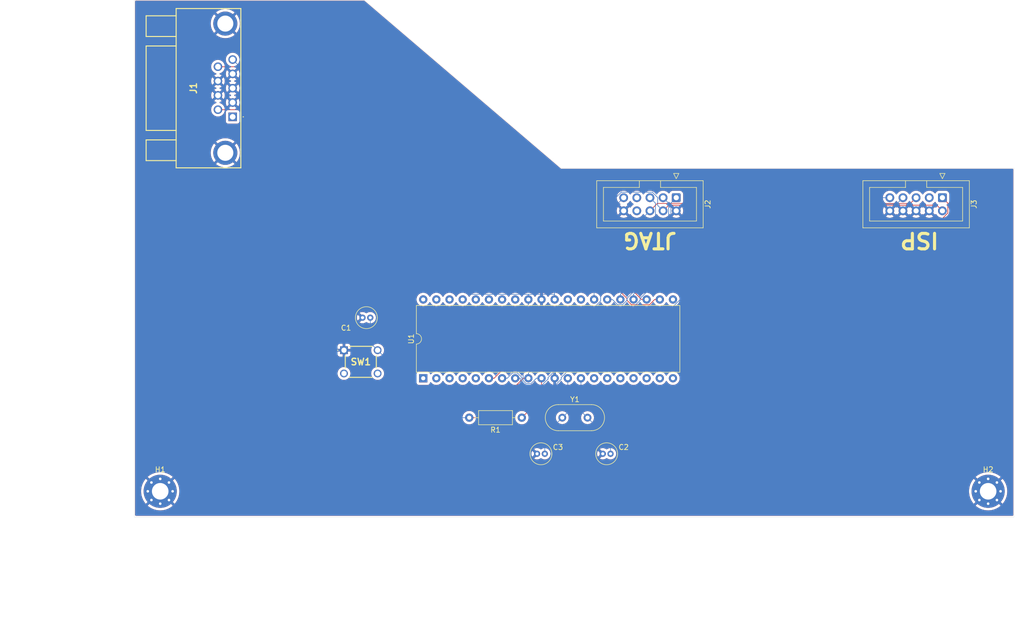
<source format=kicad_pcb>
(kicad_pcb (version 20221018) (generator pcbnew)
  (layers (0 "F.Cu" signal "Front") (31 "B.Cu" signal "Back") (34 "B.Paste" user) (35 "F.Paste" user) (36 "B.SilkS" user "B.Silkscreen") (37 "F.SilkS" user "F.Silkscreen") (38 "B.Mask" user) (39 "F.Mask" user) (44 "Edge.Cuts" user))
  (net 0 "")
  (net 1 "/{slash}RESET")
  (net 2 "GNDREF")
  (net 3 "Net-(U1-XTAL1)")
  (net 4 "Net-(U1-XTAL2)")
  (net 5 "+12V")
  (net 6 "VCC")
  (net 7 "/SCL")
  (net 8 "/SDA")
  (net 9 "/TCK")
  (net 10 "/TDO")
  (net 11 "/TMS")
  (net 13 "/TRST")
  (net 14 "/TDI")
  (net 15 "/MOSI")
  (net 17 "/SCK")
  (net 18 "/MISO")
  (footprint "Resistor_THT:R_Axial_DIN0207_L6.3mm_D2.5mm_P10.16mm_Horizontal" (layer "F.Cu") (at 143.125 112.83 180)
    (fp_text reference "R1" (at 5.08 -2.37) (layer "F.SilkS"))
    (fp_text value "10K")
    (fp_line (start 1.04 0) (end 1.81 0) (stroke (width 0.12)) (layer "F.SilkS"))
    (fp_line (start 1.81 -1.37) (end 1.81 1.37) (stroke (width 0.12)) (layer "F.SilkS"))
    (fp_line (start 1.81 1.37) (end 8.35 1.37) (stroke (width 0.12)) (layer "F.SilkS"))
    (fp_line (start 8.35 -1.37) (end 1.81 -1.37) (stroke (width 0.12)) (layer "F.SilkS"))
    (fp_line (start 8.35 1.37) (end 8.35 -1.37) (stroke (width 0.12)) (layer "F.SilkS"))
    (fp_line (start 9.12 0) (end 8.35 0) (stroke (width 0.12)) (layer "F.SilkS"))
    (pad "1" thru_hole circle (at 0 0 180) (size 1.6 1.6) (drill 0.8) (layers "*.Cu" "*.Mask") (net 6 "VCC"))
    (pad "2" thru_hole oval (at 10.16 0 180) (size 1.6 1.6) (drill 0.8) (layers "*.Cu" "*.Mask") (net 1 "/{slash}RESET"))
  )
  (footprint "Lib_Perso:PTS645SH952LFS" (layer "F.Cu") (at 108.76 99.785)
    (fp_text reference "SW1" (at 3.25 2.25) (layer "F.SilkS") (effects (font (size 1.27 1.27) (thickness 0.254))))
    (fp_text value "RESET" hide)
    (fp_line (start -1.25 0) (end -1.25 0) (stroke (width 0.1)) (layer "F.SilkS"))
    (fp_line (start -1.15 0) (end -1.15 0) (stroke (width 0.1)) (layer "F.SilkS"))
    (fp_line (start 0.25 3.45) (end 0.25 1.05) (stroke (width 0.2)) (layer "F.SilkS"))
    (fp_line (start 1.05 -0.75) (end 5.45 -0.75) (stroke (width 0.2)) (layer "F.SilkS"))
    (fp_line (start 5.45 5.25) (end 1.05 5.25) (stroke (width 0.2)) (layer "F.SilkS"))
    (fp_line (start 6.25 1.05) (end 6.25 3.45) (stroke (width 0.2)) (layer "F.SilkS"))
    (fp_arc (start -1.25 0) (mid -1.2 -0.05) (end -1.15 0) (stroke (width 0.1)) (layer "F.SilkS"))
    (fp_arc (start -1.15 0) (mid -1.2 0.05) (end -1.25 0) (stroke (width 0.1)) (layer "F.SilkS"))
    (pad "1" thru_hole rect (at 0 0) (size 1.5 1.5) (drill 1) (layers "*.Cu" "*.Mask") (net 2 "GNDREF"))
    (pad "2" thru_hole circle (at 6.5 0) (size 1.5 1.5) (drill 1) (layers "*.Cu" "*.Mask") (net 1 "/{slash}RESET"))
    (pad "3" thru_hole circle (at 0 4.5) (size 1.5 1.5) (drill 1) (layers "*.Cu" "*.Mask"))
    (pad "4" thru_hole circle (at 6.5 4.5) (size 1.5 1.5) (drill 1) (layers "*.Cu" "*.Mask"))
  )
  (footprint "MountingHole:MountingHole_3.2mm_M3_Pad_Via" (layer "F.Cu") (at 73.245 127.07)
    (fp_text reference "H1" (at 0 -4.2) (layer "F.SilkS"))
    (fp_text value "MountingHole_Pad")
    (pad "1" thru_hole circle (at -2.4 0) (size 0.8 0.8) (drill 0.5) (layers "*.Cu" "*.Mask") (net 2 "GNDREF"))
    (pad "1" thru_hole circle (at -1.697056 -1.697056) (size 0.8 0.8) (drill 0.5) (layers "*.Cu" "*.Mask") (net 2 "GNDREF"))
    (pad "1" thru_hole circle (at -1.697056 1.697056) (size 0.8 0.8) (drill 0.5) (layers "*.Cu" "*.Mask") (net 2 "GNDREF"))
    (pad "1" thru_hole circle (at 0 -2.4) (size 0.8 0.8) (drill 0.5) (layers "*.Cu" "*.Mask") (net 2 "GNDREF"))
    (pad "1" thru_hole circle (at 0 0) (size 6.4 6.4) (drill 3.2) (layers "*.Cu" "*.Mask") (net 2 "GNDREF"))
    (pad "1" thru_hole circle (at 0 2.4) (size 0.8 0.8) (drill 0.5) (layers "*.Cu" "*.Mask") (net 2 "GNDREF"))
    (pad "1" thru_hole circle (at 1.697056 -1.697056) (size 0.8 0.8) (drill 0.5) (layers "*.Cu" "*.Mask") (net 2 "GNDREF"))
    (pad "1" thru_hole circle (at 1.697056 1.697056) (size 0.8 0.8) (drill 0.5) (layers "*.Cu" "*.Mask") (net 2 "GNDREF"))
    (pad "1" thru_hole circle (at 2.4 0) (size 0.8 0.8) (drill 0.5) (layers "*.Cu" "*.Mask") (net 2 "GNDREF"))
  )
  (footprint "Lib_Perso:NFD17E09SAFC1DA" (layer "F.Cu") (at 87.245 54.65 -90)
    (fp_text reference "J1" (at -5.54 7.57 90) (layer "F.SilkS") (effects (font (size 1.27 1.27) (thickness 0.254))))
    (fp_text value "Sub-D9" hide)
    (fp_line (start -20.945 -1.58) (end 9.865 -1.58) (stroke (width 0.2)) (layer "F.SilkS"))
    (fp_line (start -20.945 10.92) (end -20.945 -1.58) (stroke (width 0.2)) (layer "F.SilkS"))
    (fp_line (start -19.54 16.72) (end -19.54 10.92) (stroke (width 0.2)) (layer "F.SilkS"))
    (fp_line (start -15.54 10.92) (end -15.54 16.72) (stroke (width 0.2)) (layer "F.SilkS"))
    (fp_line (start -15.54 16.72) (end -19.54 16.72) (stroke (width 0.2)) (layer "F.SilkS"))
    (fp_line (start -13.705 10.92) (end -13.705 16.72) (stroke (width 0.2)) (layer "F.SilkS"))
    (fp_line (start -13.705 16.72) (end 2.625 16.72) (stroke (width 0.2)) (layer "F.SilkS"))
    (fp_line (start 0 -2.1) (end 0 -2.1) (stroke (width 0.1)) (layer "F.SilkS"))
    (fp_line (start 0 -2) (end 0 -2) (stroke (width 0.1)) (layer "F.SilkS"))
    (fp_line (start 2.625 16.72) (end 2.625 10.92) (stroke (width 0.2)) (layer "F.SilkS"))
    (fp_line (start 4.46 10.92) (end 4.46 16.72) (stroke (width 0.2)) (layer "F.SilkS"))
    (fp_line (start 4.46 16.72) (end 8.46 16.72) (stroke (width 0.2)) (layer "F.SilkS"))
    (fp_line (start 8.46 16.72) (end 8.46 10.92) (stroke (width 0.2)) (layer "F.SilkS"))
    (fp_line (start 9.865 -1.58) (end 9.865 10.92) (stroke (width 0.2)) (layer "F.SilkS"))
    (fp_line (start 9.865 10.92) (end -20.945 10.92) (stroke (width 0.2)) (layer "F.SilkS"))
    (fp_arc (start 0 -2.1) (mid 0.05 -2.05) (end 0 -2) (stroke (width 0.1)) (layer "F.SilkS"))
    (fp_arc (start 0 -2) (mid -0.05 -2.05) (end 0 -2.1) (stroke (width 0.1)) (layer "F.SilkS"))
    (pad "1" thru_hole rect (at 0 0 270) (size 1.65 1.65) (drill 1.1) (layers "*.Cu" "*.Mask") (net 5 "+12V"))
    (pad "2" thru_hole circle (at -2.77 0 270) (size 1.65 1.65) (drill 1.1) (layers "*.Cu" "*.Mask") (net 2 "GNDREF"))
    (pad "3" thru_hole circle (at -5.54 0 270) (size 1.65 1.65) (drill 1.1) (layers "*.Cu" "*.Mask") (net 2 "GNDREF"))
    (pad "4" thru_hole circle (at -8.31 0 270) (size 1.65 1.65) (drill 1.1) (layers "*.Cu" "*.Mask") (net 2 "GNDREF"))
    (pad "5" thru_hole circle (at -11.08 0 270) (size 1.65 1.65) (drill 1.1) (layers "*.Cu" "*.Mask") (net 6 "VCC"))
    (pad "6" thru_hole circle (at -1.385 2.84 270) (size 1.65 1.65) (drill 1.1) (layers "*.Cu" "*.Mask") (net 7 "/SCL"))
    (pad "7" thru_hole circle (at -4.155 2.84 270) (size 1.65 1.65) (drill 1.1) (layers "*.Cu" "*.Mask") (net 2 "GNDREF"))
    (pad "8" thru_hole circle (at -6.925 2.84 270) (size 1.65 1.65) (drill 1.1) (layers "*.Cu" "*.Mask") (net 2 "GNDREF"))
    (pad "9" thru_hole circle (at -9.695 2.84 270) (size 1.65 1.65) (drill 1.1) (layers "*.Cu" "*.Mask") (net 8 "/SDA"))
    (pad "MH1" thru_hole circle (at 6.955 1.42 270) (size 4.65 4.65) (drill 3.1) (layers "*.Cu" "*.Mask") (net 2 "GNDREF"))
    (pad "MH2" thru_hole circle (at -18.035 1.42 270) (size 4.65 4.65) (drill 3.1) (layers "*.Cu" "*.Mask") (net 2 "GNDREF"))
  )
  (footprint "Connector_IDC:IDC-Header_2x05_P2.54mm_Vertical" (layer "F.Cu") (at 224.405 70.285 -90)
    (fp_text reference "J3" (at 1.27 -6.1 90) (layer "F.SilkS"))
    (fp_text value "ISP")
    (fp_line (start -4.68 -0.5) (end -4.68 0.5) (stroke (width 0.12)) (layer "F.SilkS"))
    (fp_line (start -4.68 0.5) (end -3.68 0) (stroke (width 0.12)) (layer "F.SilkS"))
    (fp_line (start -3.68 0) (end -4.68 -0.5) (stroke (width 0.12)) (layer "F.SilkS"))
    (fp_line (start -3.29 -5.21) (end 5.83 -5.21) (stroke (width 0.12)) (layer "F.SilkS"))
    (fp_line (start -3.29 3.03) (end -1.98 3.03) (stroke (width 0.12)) (layer "F.SilkS"))
    (fp_line (start -3.29 15.37) (end -3.29 -5.21) (stroke (width 0.12)) (layer "F.SilkS"))
    (fp_line (start -1.98 -3.91) (end 4.52 -3.91) (stroke (width 0.12)) (layer "F.SilkS"))
    (fp_line (start -1.98 3.03) (end -1.98 -3.91) (stroke (width 0.12)) (layer "F.SilkS"))
    (fp_line (start -1.98 7.13) (end -3.29 7.13) (stroke (width 0.12)) (layer "F.SilkS"))
    (fp_line (start -1.98 7.13) (end -1.98 7.13) (stroke (width 0.12)) (layer "F.SilkS"))
    (fp_line (start -1.98 14.07) (end -1.98 7.13) (stroke (width 0.12)) (layer "F.SilkS"))
    (fp_line (start 4.52 -3.91) (end 4.52 14.07) (stroke (width 0.12)) (layer "F.SilkS"))
    (fp_line (start 4.52 14.07) (end -1.98 14.07) (stroke (width 0.12)) (layer "F.SilkS"))
    (fp_line (start 5.83 -5.21) (end 5.83 15.37) (stroke (width 0.12)) (layer "F.SilkS"))
    (fp_line (start 5.83 15.37) (end -3.29 15.37) (stroke (width 0.12)) (layer "F.SilkS"))
    (pad "1" thru_hole roundrect (at 0 0 270) (size 1.7 1.7) (drill 1) (layers "*.Cu" "*.Mask") (roundrect_rratio 0.147059) (net 15 "/MOSI"))
    (pad "2" thru_hole circle (at 2.54 0 270) (size 1.7 1.7) (drill 1) (layers "*.Cu" "*.Mask") (net 6 "VCC"))
    (pad "3" thru_hole circle (at 0 2.54 270) (size 1.7 1.7) (drill 1) (layers "*.Cu" "*.Mask"))
    (pad "4" thru_hole circle (at 2.54 2.54 270) (size 1.7 1.7) (drill 1) (layers "*.Cu" "*.Mask") (net 2 "GNDREF"))
    (pad "5" thru_hole circle (at 0 5.08 270) (size 1.7 1.7) (drill 1) (layers "*.Cu" "*.Mask") (net 1 "/{slash}RESET"))
    (pad "6" thru_hole circle (at 2.54 5.08 270) (size 1.7 1.7) (drill 1) (layers "*.Cu" "*.Mask") (net 2 "GNDREF"))
    (pad "7" thru_hole circle (at 0 7.62 270) (size 1.7 1.7) (drill 1) (layers "*.Cu" "*.Mask") (net 17 "/SCK"))
    (pad "8" thru_hole circle (at 2.54 7.62 270) (size 1.7 1.7) (drill 1) (layers "*.Cu" "*.Mask") (net 2 "GNDREF"))
    (pad "9" thru_hole circle (at 0 10.16 270) (size 1.7 1.7) (drill 1) (layers "*.Cu" "*.Mask") (net 18 "/MISO"))
    (pad "10" thru_hole circle (at 2.54 10.16 270) (size 1.7 1.7) (drill 1) (layers "*.Cu" "*.Mask") (net 2 "GNDREF"))
  )
  (footprint "Package_DIP:DIP-40_W15.24mm" (layer "F.Cu") (at 124.075 105.21 90)
    (fp_text reference "U1" (at 7.62 -2.33 90) (layer "F.SilkS"))
    (fp_text value "ATmega32-16P")
    (fp_line (start 1.16 -1.33) (end 1.16 49.59) (stroke (width 0.12)) (layer "F.SilkS"))
    (fp_line (start 1.16 49.59) (end 14.08 49.59) (stroke (width 0.12)) (layer "F.SilkS"))
    (fp_line (start 6.62 -1.33) (end 1.16 -1.33) (stroke (width 0.12)) (layer "F.SilkS"))
    (fp_line (start 14.08 -1.33) (end 8.62 -1.33) (stroke (width 0.12)) (layer "F.SilkS"))
    (fp_line (start 14.08 49.59) (end 14.08 -1.33) (stroke (width 0.12)) (layer "F.SilkS"))
    (fp_arc (start 8.62 -1.33) (mid 7.62 -0.33) (end 6.62 -1.33) (stroke (width 0.12)) (layer "F.SilkS"))
    (pad "1" thru_hole rect (at 0 0 90) (size 1.6 1.6) (drill 0.8) (layers "*.Cu" "*.Mask"))
    (pad "2" thru_hole oval (at 0 2.54 90) (size 1.6 1.6) (drill 0.8) (layers "*.Cu" "*.Mask"))
    (pad "3" thru_hole oval (at 0 5.08 90) (size 1.6 1.6) (drill 0.8) (layers "*.Cu" "*.Mask"))
    (pad "4" thru_hole oval (at 0 7.62 90) (size 1.6 1.6) (drill 0.8) (layers "*.Cu" "*.Mask"))
    (pad "5" thru_hole oval (at 0 10.16 90) (size 1.6 1.6) (drill 0.8) (layers "*.Cu" "*.Mask"))
    (pad "6" thru_hole oval (at 0 12.7 90) (size 1.6 1.6) (drill 0.8) (layers "*.Cu" "*.Mask") (net 15 "/MOSI"))
    (pad "7" thru_hole oval (at 0 15.24 90) (size 1.6 1.6) (drill 0.8) (layers "*.Cu" "*.Mask") (net 18 "/MISO"))
    (pad "8" thru_hole oval (at 0 17.78 90) (size 1.6 1.6) (drill 0.8) (layers "*.Cu" "*.Mask") (net 17 "/SCK"))
    (pad "9" thru_hole oval (at 0 20.32 90) (size 1.6 1.6) (drill 0.8) (layers "*.Cu" "*.Mask") (net 1 "/{slash}RESET"))
    (pad "10" thru_hole oval (at 0 22.86 90) (size 1.6 1.6) (drill 0.8) (layers "*.Cu" "*.Mask") (net 6 "VCC"))
    (pad "11" thru_hole oval (at 0 25.4 90) (size 1.6 1.6) (drill 0.8) (layers "*.Cu" "*.Mask") (net 2 "GNDREF"))
    (pad "12" thru_hole oval (at 0 27.94 90) (size 1.6 1.6) (drill 0.8) (layers "*.Cu" "*.Mask") (net 4 "Net-(U1-XTAL2)"))
    (pad "13" thru_hole oval (at 0 30.48 90) (size 1.6 1.6) (drill 0.8) (layers "*.Cu" "*.Mask") (net 3 "Net-(U1-XTAL1)"))
    (pad "14" thru_hole oval (at 0 33.02 90) (size 1.6 1.6) (drill 0.8) (layers "*.Cu" "*.Mask"))
    (pad "15" thru_hole oval (at 0 35.56 90) (size 1.6 1.6) (drill 0.8) (layers "*.Cu" "*.Mask"))
    (pad "16" thru_hole oval (at 0 38.1 90) (size 1.6 1.6) (drill 0.8) (layers "*.Cu" "*.Mask"))
    (pad "17" thru_hole oval (at 0 40.64 90) (size 1.6 1.6) (drill 0.8) (layers "*.Cu" "*.Mask"))
    (pad "18" thru_hole oval (at 0 43.18 90) (size 1.6 1.6) (drill 0.8) (layers "*.Cu" "*.Mask"))
    (pad "19" thru_hole oval (at 0 45.72 90) (size 1.6 1.6) (drill 0.8) (layers "*.Cu" "*.Mask"))
    (pad "20" thru_hole oval (at 0 48.26 90) (size 1.6 1.6) (drill 0.8) (layers "*.Cu" "*.Mask"))
    (pad "21" thru_hole oval (at 15.24 48.26 90) (size 1.6 1.6) (drill 0.8) (layers "*.Cu" "*.Mask"))
    (pad "22" thru_hole oval (at 15.24 45.72 90) (size 1.6 1.6) (drill 0.8) (layers "*.Cu" "*.Mask") (net 7 "/SCL"))
    (pad "23" thru_hole oval (at 15.24 43.18 90) (size 1.6 1.6) (drill 0.8) (layers "*.Cu" "*.Mask") (net 8 "/SDA"))
    (pad "24" thru_hole oval (at 15.24 40.64 90) (size 1.6 1.6) (drill 0.8) (layers "*.Cu" "*.Mask") (net 9 "/TCK"))
    (pad "25" thru_hole oval (at 15.24 38.1 90) (size 1.6 1.6) (drill 0.8) (layers "*.Cu" "*.Mask") (net 11 "/TMS"))
    (pad "26" thru_hole oval (at 15.24 35.56 90) (size 1.6 1.6) (drill 0.8) (layers "*.Cu" "*.Mask") (net 10 "/TDO"))
    (pad "27" thru_hole oval (at 15.24 33.02 90) (size 1.6 1.6) (drill 0.8) (layers "*.Cu" "*.Mask") (net 14 "/TDI"))
    (pad "28" thru_hole oval (at 15.24 30.48 90) (size 1.6 1.6) (drill 0.8) (layers "*.Cu" "*.Mask"))
    (pad "29" thru_hole oval (at 15.24 27.94 90) (size 1.6 1.6) (drill 0.8) (layers "*.Cu" "*.Mask"))
    (pad "30" thru_hole oval (at 15.24 25.4 90) (size 1.6 1.6) (drill 0.8) (layers "*.Cu" "*.Mask") (net 6 "VCC"))
    (pad "31" thru_hole oval (at 15.24 22.86 90) (size 1.6 1.6) (drill 0.8) (layers "*.Cu" "*.Mask") (net 2 "GNDREF"))
    (pad "32" thru_hole oval (at 15.24 20.32 90) (size 1.6 1.6) (drill 0.8) (layers "*.Cu" "*.Mask") (net 6 "VCC"))
    (pad "33" thru_hole oval (at 15.24 17.78 90) (size 1.6 1.6) (drill 0.8) (layers "*.Cu" "*.Mask"))
    (pad "34" thru_hole oval (at 15.24 15.24 90) (size 1.6 1.6) (drill 0.8) (layers "*.Cu" "*.Mask"))
    (pad "35" thru_hole oval (at 15.24 12.7 90) (size 1.6 1.6) (drill 0.8) (layers "*.Cu" "*.Mask"))
    (pad "36" thru_hole oval (at 15.24 10.16 90) (size 1.6 1.6) (drill 0.8) (layers "*.Cu" "*.Mask"))
    (pad "37" thru_hole oval (at 15.24 7.62 90) (size 1.6 1.6) (drill 0.8) (layers "*.Cu" "*.Mask"))
    (pad "38" thru_hole oval (at 15.24 5.08 90) (size 1.6 1.6) (drill 0.8) (layers "*.Cu" "*.Mask"))
    (pad "39" thru_hole oval (at 15.24 2.54 90) (size 1.6 1.6) (drill 0.8) (layers "*.Cu" "*.Mask"))
    (pad "40" thru_hole oval (at 15.24 0 90) (size 1.6 1.6) (drill 0.8) (layers "*.Cu" "*.Mask"))
  )
  (footprint "Capacitor_THT:C_Radial_D4.0mm_H5.0mm_P1.50mm" (layer "F.Cu") (at 158.77 119.815)
    (fp_text reference "C2" (at 4.04 -1.27) (layer "F.SilkS"))
    (fp_text value "22p")
    (fp_circle (center 0.75 0) (end 2.87 0) (stroke (width 0.12)) (fill none) (layer "F.SilkS"))
    (pad "1" thru_hole circle (at 0 0) (size 1.2 1.2) (drill 0.6) (layers "*.Cu" "*.Mask") (net 2 "GNDREF"))
    (pad "2" thru_hole circle (at 1.5 0) (size 1.2 1.2) (drill 0.6) (layers "*.Cu" "*.Mask") (net 3 "Net-(U1-XTAL1)"))
  )
  (footprint "MountingHole:MountingHole_3.2mm_M3_Pad_Via" (layer "F.Cu") (at 233.245 127.07)
    (fp_text reference "H2" (at 0 -4.2) (layer "F.SilkS"))
    (fp_text value "MountingHole_Pad")
    (pad "1" thru_hole circle (at -2.4 0) (size 0.8 0.8) (drill 0.5) (layers "*.Cu" "*.Mask") (net 2 "GNDREF"))
    (pad "1" thru_hole circle (at -1.697056 -1.697056) (size 0.8 0.8) (drill 0.5) (layers "*.Cu" "*.Mask") (net 2 "GNDREF"))
    (pad "1" thru_hole circle (at -1.697056 1.697056) (size 0.8 0.8) (drill 0.5) (layers "*.Cu" "*.Mask") (net 2 "GNDREF"))
    (pad "1" thru_hole circle (at 0 -2.4) (size 0.8 0.8) (drill 0.5) (layers "*.Cu" "*.Mask") (net 2 "GNDREF"))
    (pad "1" thru_hole circle (at 0 0) (size 6.4 6.4) (drill 3.2) (layers "*.Cu" "*.Mask") (net 2 "GNDREF"))
    (pad "1" thru_hole circle (at 0 2.4) (size 0.8 0.8) (drill 0.5) (layers "*.Cu" "*.Mask") (net 2 "GNDREF"))
    (pad "1" thru_hole circle (at 1.697056 -1.697056) (size 0.8 0.8) (drill 0.5) (layers "*.Cu" "*.Mask") (net 2 "GNDREF"))
    (pad "1" thru_hole circle (at 1.697056 1.697056) (size 0.8 0.8) (drill 0.5) (layers "*.Cu" "*.Mask") (net 2 "GNDREF"))
    (pad "1" thru_hole circle (at 2.4 0) (size 0.8 0.8) (drill 0.5) (layers "*.Cu" "*.Mask") (net 2 "GNDREF"))
  )
  (footprint "Capacitor_THT:C_Radial_D4.0mm_H5.0mm_P1.50mm" (layer "F.Cu") (at 113.84 93.49 180)
    (fp_text reference "C1" (at 4.675 -1.98) (layer "F.SilkS"))
    (fp_text value "100n")
    (fp_circle (center 0.75 0) (end 2.87 0) (stroke (width 0.12)) (fill none) (layer "F.SilkS"))
    (pad "1" thru_hole circle (at 0 0 180) (size 1.2 1.2) (drill 0.6) (layers "*.Cu" "*.Mask") (net 1 "/{slash}RESET"))
    (pad "2" thru_hole circle (at 1.5 0 180) (size 1.2 1.2) (drill 0.6) (layers "*.Cu" "*.Mask") (net 2 "GNDREF"))
  )
  (footprint "Crystal:Crystal_HC49-4H_Vertical" (layer "F.Cu") (at 150.945 112.83)
    (fp_text reference "Y1" (at 2.44 -3.525) (layer "F.SilkS"))
    (fp_text value "16Mhz")
    (fp_line (start -0.76 -2.525) (end 5.64 -2.525) (stroke (width 0.12)) (layer "F.SilkS"))
    (fp_line (start -0.76 2.525) (end 5.64 2.525) (stroke (width 0.12)) (layer "F.SilkS"))
    (fp_arc (start -0.76 2.525) (mid -3.285 0) (end -0.76 -2.525) (stroke (width 0.12)) (layer "F.SilkS"))
    (fp_arc (start 5.64 -2.525) (mid 8.165 0) (end 5.64 2.525) (stroke (width 0.12)) (layer "F.SilkS"))
    (pad "1" thru_hole circle (at 0 0) (size 1.5 1.5) (drill 0.8) (layers "*.Cu" "*.Mask") (net 4 "Net-(U1-XTAL2)"))
    (pad "2" thru_hole circle (at 4.88 0) (size 1.5 1.5) (drill 0.8) (layers "*.Cu" "*.Mask") (net 3 "Net-(U1-XTAL1)"))
  )
  (footprint "Capacitor_THT:C_Radial_D4.0mm_H5.0mm_P1.50mm" (layer "F.Cu") (at 146.07 119.815)
    (fp_text reference "C3" (at 4.04 -1.27) (layer "F.SilkS"))
    (fp_text value "22p")
    (fp_circle (center 0.75 0) (end 2.87 0) (stroke (width 0.12)) (fill none) (layer "F.SilkS"))
    (pad "1" thru_hole circle (at 0 0) (size 1.2 1.2) (drill 0.6) (layers "*.Cu" "*.Mask") (net 2 "GNDREF"))
    (pad "2" thru_hole circle (at 1.5 0) (size 1.2 1.2) (drill 0.6) (layers "*.Cu" "*.Mask") (net 4 "Net-(U1-XTAL2)"))
  )
  (footprint "Connector_IDC:IDC-Header_2x05_P2.54mm_Vertical" (layer "F.Cu") (at 172.97 70.285 -90)
    (fp_text reference "J2" (at 1.27 -6.1 90) (layer "F.SilkS"))
    (fp_text value "JTAG")
    (fp_line (start -4.68 -0.5) (end -4.68 0.5) (stroke (width 0.12)) (layer "F.SilkS"))
    (fp_line (start -4.68 0.5) (end -3.68 0) (stroke (width 0.12)) (layer "F.SilkS"))
    (fp_line (start -3.68 0) (end -4.68 -0.5) (stroke (width 0.12)) (layer "F.SilkS"))
    (fp_line (start -3.29 -5.21) (end 5.83 -5.21) (stroke (width 0.12)) (layer "F.SilkS"))
    (fp_line (start -3.29 3.03) (end -1.98 3.03) (stroke (width 0.12)) (layer "F.SilkS"))
    (fp_line (start -3.29 15.37) (end -3.29 -5.21) (stroke (width 0.12)) (layer "F.SilkS"))
    (fp_line (start -1.98 -3.91) (end 4.52 -3.91) (stroke (width 0.12)) (layer "F.SilkS"))
    (fp_line (start -1.98 3.03) (end -1.98 -3.91) (stroke (width 0.12)) (layer "F.SilkS"))
    (fp_line (start -1.98 7.13) (end -3.29 7.13) (stroke (width 0.12)) (layer "F.SilkS"))
    (fp_line (start -1.98 7.13) (end -1.98 7.13) (stroke (width 0.12)) (layer "F.SilkS"))
    (fp_line (start -1.98 14.07) (end -1.98 7.13) (stroke (width 0.12)) (layer "F.SilkS"))
    (fp_line (start 4.52 -3.91) (end 4.52 14.07) (stroke (width 0.12)) (layer "F.SilkS"))
    (fp_line (start 4.52 14.07) (end -1.98 14.07) (stroke (width 0.12)) (layer "F.SilkS"))
    (fp_line (start 5.83 -5.21) (end 5.83 15.37) (stroke (width 0.12)) (layer "F.SilkS"))
    (fp_line (start 5.83 15.37) (end -3.29 15.37) (stroke (width 0.12)) (layer "F.SilkS"))
    (pad "1" thru_hole roundrect (at 0 0 270) (size 1.7 1.7) (drill 1) (layers "*.Cu" "*.Mask") (roundrect_rratio 0.147059) (net 9 "/TCK"))
    (pad "2" thru_hole circle (at 2.54 0 270) (size 1.7 1.7) (drill 1) (layers "*.Cu" "*.Mask") (net 2 "GNDREF"))
    (pad "3" thru_hole circle (at 0 2.54 270) (size 1.7 1.7) (drill 1) (layers "*.Cu" "*.Mask") (net 10 "/TDO"))
    (pad "4" thru_hole circle (at 2.54 2.54 270) (size 1.7 1.7) (drill 1) (layers "*.Cu" "*.Mask") (net 6 "VCC"))
    (pad "5" thru_hole circle (at 0 5.08 270) (size 1.7 1.7) (drill 1) (layers "*.Cu" "*.Mask") (net 11 "/TMS"))
    (pad "6" thru_hole circle (at 2.54 5.08 270) (size 1.7 1.7) (drill 1) (layers "*.Cu" "*.Mask") (net 1 "/{slash}RESET"))
    (pad "7" thru_hole circle (at 0 7.62 270) (size 1.7 1.7) (drill 1) (layers "*.Cu" "*.Mask"))
    (pad "8" thru_hole circle (at 2.54 7.62 270) (size 1.7 1.7) (drill 1) (layers "*.Cu" "*.Mask") (net 13 "/TRST"))
    (pad "9" thru_hole circle (at 0 10.16 270) (size 1.7 1.7) (drill 1) (layers "*.Cu" "*.Mask") (net 14 "/TDI"))
    (pad "10" thru_hole circle (at 2.54 10.16 270) (size 1.7 1.7) (drill 1) (layers "*.Cu" "*.Mask") (net 2 "GNDREF"))
  )
  (gr_poly (pts (xy 68.245 132.070001) (xy 68.245 32.070001) (xy 112.745 32.070001) (xy 150.745 64.570001) (xy 238.245 64.570001) (xy 238.245 132.070001)) (stroke (width 0.0381)) (fill none) (layer "Edge.Cuts"))
  (gr_text "JTAG" (at 167.89 78.540001 180) (layer "F.SilkS") (effects (font (size 3 3) (thickness 0.6) bold)))
  (gr_text "ISP" (at 219.96 78.540001 180) (layer "F.SilkS") (effects (font (size 3 3) (thickness 0.6) bold)))
  (segment (start 169.3135 71.4015) (end 218.2085 71.4015) (width 0.127) (layer "F.Cu") (net 1))
  (segment (start 218.2085 71.4015) (end 219.325 70.285) (width 0.127) (layer "F.Cu") (net 1))
  (segment (start 167.89 72.825) (end 169.3135 71.4015) (width 0.127) (layer "F.Cu") (net 1))
  (segment (start 132.965 112.83) (end 135.7826 112.83) (width 0.127) (layer "F.Cu") (net 1))
  (segment (start 135.7826 112.83) (end 143.4026 105.21) (width 0.127) (layer "F.Cu") (net 1))
  (segment (start 144.395 105.21) (end 143.4026 105.21) (width 0.127) (layer "F.Cu") (net 1))
  (segment (start 113.84 98.365) (end 115.26 99.785) (width 0.127) (layer "B.Cu") (net 1))
  (segment (start 158.365 90.2476) (end 158.365 82.35) (width 0.127) (layer "B.Cu") (net 1))
  (segment (start 144.395 104.2176) (end 158.365 90.2476) (width 0.127) (layer "B.Cu") (net 1))
  (segment (start 158.365 82.35) (end 167.89 72.825) (width 0.127) (layer "B.Cu") (net 1))
  (segment (start 128.305 112.83) (end 115.26 99.785) (width 0.127) (layer "B.Cu") (net 1))
  (segment (start 144.395 105.21) (end 144.395 104.2176) (width 0.127) (layer "B.Cu") (net 1))
  (segment (start 113.84 93.49) (end 113.84 98.365) (width 0.127) (layer "B.Cu") (net 1))
  (segment (start 132.965 112.83) (end 128.305 112.83) (width 0.127) (layer "B.Cu") (net 1))
  (segment (start 160.27 117.275) (end 155.825 112.83) (width 0.127) (layer "B.Cu") (net 3))
  (segment (start 160.27 119.815) (end 160.27 117.275) (width 0.127) (layer "B.Cu") (net 3))
  (segment (start 155.825 112.83) (end 154.555 111.56) (width 0.127) (layer "B.Cu") (net 3))
  (segment (start 154.555 111.56) (end 154.555 105.21) (width 0.127) (layer "B.Cu") (net 3))
  (segment (start 147.57 116.205) (end 150.945 112.83) (width 0.127) (layer "B.Cu") (net 4))
  (segment (start 152.015 105.21) (end 152.015 111.76) (width 0.127) (layer "B.Cu") (net 4))
  (segment (start 152.015 111.76) (end 150.945 112.83) (width 0.127) (layer "B.Cu") (net 4))
  (segment (start 147.57 119.815) (end 147.57 116.205) (width 0.127) (layer "B.Cu") (net 4))
  (segment (start 171.5236 71.7314) (end 223.3114 71.7314) (width 0.127) (layer "F.Cu") (net 6))
  (segment (start 146.935 105.21) (end 146.935 109.02) (width 0.127) (layer "F.Cu") (net 6))
  (segment (start 146.935 109.02) (end 143.125 112.83) (width 0.127) (layer "F.Cu") (net 6))
  (segment (start 170.43 72.825) (end 171.5236 71.7314) (width 0.127) (layer "F.Cu") (net 6))
  (segment (start 223.3114 71.7314) (end 224.405 72.825) (width 0.127) (layer "F.Cu") (net 6))
  (segment (start 168.3427 69.2211) (end 162.3447 69.2211) (width 0.127) (layer "B.Cu") (net 6))
  (segment (start 162.3447 69.2211) (end 149.475 82.0908) (width 0.127) (layer "B.Cu") (net 6))
  (segment (start 149.475 88.9776) (end 144.395 88.9776) (width 0.127) (layer "B.Cu") (net 6))
  (segment (start 132.6526 88.9776) (end 87.245 43.57) (width 0.127) (layer "B.Cu") (net 6))
  (segment (start 145.9426 105.21) (end 144.923 106.2296) (width 0.127) (layer "B.Cu") (net 6))
  (segment (start 146.935 105.21) (end 145.9426 105.21) (width 0.127) (layer "B.Cu") (net 6))
  (segment (start 143.9453 106.2296) (end 143.3964 105.6807) (width 0.127) (layer "B.Cu") (net 6))
  (segment (start 169.3855 70.2639) (end 168.3427 69.2211) (width 0.127) (layer "B.Cu") (net 6))
  (segment (start 170.43 72.825) (end 169.3855 71.7805) (width 0.127) (layer "B.Cu") (net 6))
  (segment (start 144.395 88.9776) (end 132.6526 88.9776) (width 0.127) (layer "B.Cu") (net 6))
  (segment (start 144.395 89.97) (end 144.395 90.9624) (width 0.127) (layer "B.Cu") (net 6))
  (segment (start 144.395 89.97) (end 144.395 88.9776) (width 0.127) (layer "B.Cu") (net 6))
  (segment (start 149.475 82.0908) (end 149.475 88.9776) (width 0.127) (layer "B.Cu") (net 6))
  (segment (start 144.923 106.2296) (end 143.9453 106.2296) (width 0.127) (layer "B.Cu") (net 6))
  (segment (start 149.475 89.97) (end 149.475 88.9776) (width 0.127) (layer "B.Cu") (net 6))
  (segment (start 143.3964 91.961) (end 144.395 90.9624) (width 0.127) (layer "B.Cu") (net 6))
  (segment (start 143.3964 105.6807) (end 143.3964 91.961) (width 0.127) (layer "B.Cu") (net 6))
  (segment (start 169.3855 71.7805) (end 169.3855 70.2639) (width 0.127) (layer "B.Cu") (net 6))
  (segment (start 163.445 89.7673) (end 126.9427 53.265) (width 0.127) (layer "F.Cu") (net 7))
  (segment (start 126.9427 53.265) (end 84.405 53.265) (width 0.127) (layer "F.Cu") (net 7))
  (segment (start 163.445 90.1255) (end 163.445 89.7673) (width 0.127) (layer "F.Cu") (net 7))
  (segment (start 168.8026 89.97) (end 167.793 90.9796) (width 0.127) (layer "F.Cu") (net 7))
  (segment (start 167.793 90.9796) (end 164.2991 90.9796) (width 0.127) (layer "F.Cu") (net 7))
  (segment (start 169.795 89.97) (end 168.8026 89.97) (width 0.127) (layer "F.Cu") (net 7))
  (segment (start 164.2991 90.9796) (end 163.445 90.1255) (width 0.127) (layer "F.Cu") (net 7))
  (segment (start 121.2476 44.955) (end 84.405 44.955) (width 0.127) (layer "F.Cu") (net 8))
  (segment (start 166.2626 89.97) (end 121.2476 44.955) (width 0.127) (layer "F.Cu") (net 8))
  (segment (start 167.255 89.97) (end 166.2626 89.97) (width 0.127) (layer "F.Cu") (net 8))
  (segment (start 171.9276 81.765) (end 164.715 88.9776) (width 0.127) (layer "B.Cu") (net 9))
  (segment (start 172.97 70.285) (end 171.9276 71.3274) (width 0.127) (layer "B.Cu") (net 9))
  (segment (start 164.715 89.97) (end 164.715 88.9776) (width 0.127) (layer "B.Cu") (net 9))
  (segment (start 171.9276 71.3274) (end 171.9276 81.765) (width 0.127) (layer "B.Cu") (net 9))
  (segment (start 162.6133 90.971) (end 161.6284 90.971) (width 0.127) (layer "B.Cu") (net 10))
  (segment (start 161.6284 90.971) (end 160.6274 89.97) (width 0.127) (layer "B.Cu") (net 10))
  (segment (start 163.445 89.7658) (end 163.445 90.1393) (width 0.127) (layer "B.Cu") (net 10))
  (segment (start 171.5099 81.7009) (end 163.445 89.7658) (width 0.127) (layer "B.Cu") (net 10))
  (segment (start 159.635 89.97) (end 160.6274 89.97) (width 0.127) (layer "B.Cu") (net 10))
  (segment (start 170.43 70.285) (end 171.5099 71.3649) (width 0.127) (layer "B.Cu") (net 10))
  (segment (start 163.445 90.1393) (end 162.6133 90.971) (width 0.127) (layer "B.Cu") (net 10))
  (segment (start 171.5099 71.3649) (end 171.5099 81.7009) (width 0.127) (layer "B.Cu") (net 10))
  (segment (start 167.89 70.285) (end 168.9474 71.3424) (width 0.127) (layer "B.Cu") (net 11))
  (segment (start 168.9474 82.2052) (end 162.175 88.9776) (width 0.127) (layer "B.Cu") (net 11))
  (segment (start 162.175 89.97) (end 162.175 88.9776) (width 0.127) (layer "B.Cu") (net 11))
  (segment (start 168.9474 71.3424) (end 168.9474 82.2052) (width 0.127) (layer "B.Cu") (net 11))
  (segment (start 157.095 89.97) (end 157.095 76) (width 0.127) (layer "B.Cu") (net 14))
  (segment (start 157.095 76) (end 162.81 70.285) (width 0.127) (layer "B.Cu") (net 14))
  (segment (start 225.4487 73.263) (end 199.6582 99.0535) (width 0.127) (layer "F.Cu") (net 15))
  (segment (start 143.9239 99.0535) (end 137.7674 105.21) (width 0.127) (layer "F.Cu") (net 15))
  (segment (start 224.405 70.285) (end 225.4487 71.3287) (width 0.127) (layer "F.Cu") (net 15))
  (segment (start 136.775 105.21) (end 137.7674 105.21) (width 0.127) (layer "F.Cu") (net 15))
  (segment (start 225.4487 71.3287) (end 225.4487 73.263) (width 0.127) (layer "F.Cu") (net 15))
  (segment (start 199.6582 99.0535) (end 143.9239 99.0535) (width 0.127) (layer "F.Cu") (net 15))
  (segment (start 192.1535 71.555) (end 159.7514 103.9571) (width 0.127) (layer "B.Cu") (net 17))
  (segment (start 150.745 105.065) (end 150.745 105.3987) (width 0.127) (layer "B.Cu") (net 17))
  (segment (start 216.785 70.285) (end 215.515 71.555) (width 0.127) (layer "B.Cu") (net 17))
  (segment (start 215.515 71.555) (end 192.1535 71.555) (width 0.127) (layer "B.Cu") (net 17))
  (segment (start 151.8529 103.9571) (end 150.745 105.065) (width 0.127) (layer "B.Cu") (net 17))
  (segment (start 159.7514 103.9571) (end 151.8529 103.9571) (width 0.127) (layer "B.Cu") (net 17))
  (segment (start 149.3619 106.7818) (end 143.7173 106.7818) (width 0.127) (layer "B.Cu") (net 17))
  (segment (start 150.745 105.3987) (end 149.3619 106.7818) (width 0.127) (layer "B.Cu") (net 17))
  (segment (start 141.855 105.21) (end 142.8474 105.21) (width 0.127) (layer "B.Cu") (net 17))
  (segment (start 143.7173 106.7818) (end 142.8474 105.9119) (width 0.127) (layer "B.Cu") (net 17))
  (segment (start 142.8474 105.9119) (end 142.8474 105.21) (width 0.127) (layer "B.Cu") (net 17))
  (segment (start 214.245 70.285) (end 185.4824 70.285) (width 0.127) (layer "B.Cu") (net 18))
  (segment (start 148.205 105.071) (end 148.205 105.3535) (width 0.127) (layer "B.Cu") (net 18))
  (segment (start 149.6552 103.6208) (end 148.205 105.071) (width 0.127) (layer "B.Cu") (net 18))
  (segment (start 147.0456 106.5129) (end 143.8325 106.5129) (width 0.127) (layer "B.Cu") (net 18))
  (segment (start 185.4824 70.285) (end 165.985 89.7824) (width 0.127) (layer "B.Cu") (net 18))
  (segment (start 143.1405 105.8209) (end 143.1405 105.0549) (width 0.127) (layer "B.Cu") (net 18))
  (segment (start 165.985 89.7824) (end 165.985 90.1507) (width 0.127) (layer "B.Cu") (net 18))
  (segment (start 143.8325 106.5129) (end 143.1405 105.8209) (width 0.127) (layer "B.Cu") (net 18))
  (segment (start 148.205 105.3535) (end 147.0456 106.5129) (width 0.127) (layer "B.Cu") (net 18))
  (segment (start 143.1405 105.0549) (end 142.2597 104.1741) (width 0.127) (layer "B.Cu") (net 18))
  (segment (start 152.5149 103.6208) (end 149.6552 103.6208) (width 0.127) (layer "B.Cu") (net 18))
  (segment (start 139.315 105.21) (end 140.3074 105.21) (width 0.127) (layer "B.Cu") (net 18))
  (segment (start 165.985 90.1507) (end 152.5149 103.6208) (width 0.127) (layer "B.Cu") (net 18))
  (segment (start 141.3433 104.1741) (end 140.3074 105.21) (width 0.127) (layer "B.Cu") (net 18))
  (segment (start 142.2597 104.1741) (end 141.3433 104.1741) (width 0.127) (layer "B.Cu") (net 18))
  (zone (net 2) (net_name "GNDREF") (layers "F&B.Cu") (connect_pads (clearance 0.5)) (min_thickness 0.25) (fill yes (thermal_gap 0.5) (thermal_bridge_width 0.5))
    (polygon (pts (xy 68.4 32.200001) (xy 112.7 32.200001) (xy 150.7 64.700001) (xy 238.1 64.700001) (xy 238.1 131.800001) (xy 68.5 131.800001) (xy 68.4 131.700001)))
  )
)
</source>
